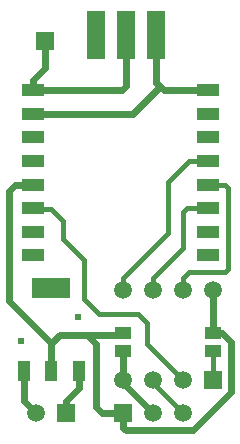
<source format=gtl>
G04 Layer_Physical_Order=1*
G04 Layer_Color=255*
%FSLAX25Y25*%
%MOIN*%
G70*
G01*
G75*
%ADD10R,0.05984X0.15984*%
%ADD11R,0.07700X0.04200*%
%ADD12R,0.05512X0.04331*%
%ADD13R,0.12992X0.07087*%
%ADD14R,0.03937X0.07087*%
%ADD15C,0.01600*%
%ADD16C,0.02400*%
%ADD17C,0.05906*%
%ADD18R,0.05906X0.05906*%
%ADD19R,0.05906X0.05906*%
%ADD20C,0.02400*%
D10*
X53000Y135945D02*
D03*
X33000D02*
D03*
X43000D02*
D03*
D11*
X70134Y62400D02*
D03*
Y70300D02*
D03*
Y78100D02*
D03*
Y86000D02*
D03*
Y93937D02*
D03*
Y101811D02*
D03*
Y109685D02*
D03*
Y117559D02*
D03*
X11800D02*
D03*
Y109685D02*
D03*
Y101811D02*
D03*
Y93937D02*
D03*
Y86000D02*
D03*
Y78100D02*
D03*
Y70300D02*
D03*
Y62400D02*
D03*
D12*
X72000Y30547D02*
D03*
Y36453D02*
D03*
X42000Y30547D02*
D03*
Y36453D02*
D03*
D13*
X18055Y51559D02*
D03*
D14*
X9000Y24000D02*
D03*
X27110D02*
D03*
X18055D02*
D03*
D15*
X36000Y43000D02*
X36000Y43000D01*
X34000Y43000D02*
X36000D01*
X29000Y48000D02*
X34000Y43000D01*
X29000Y48000D02*
Y61000D01*
X22000Y68000D02*
X29000Y61000D01*
X22000Y68000D02*
Y74000D01*
X70071Y94000D02*
X70134Y93937D01*
X64000Y94000D02*
X70071D01*
X57000Y87000D02*
X64000Y94000D01*
X57000Y70000D02*
Y87000D01*
X42000Y55000D02*
X57000Y70000D01*
X63100Y78100D02*
X70134D01*
X62000Y77000D02*
X63100Y78100D01*
X62000Y65000D02*
Y77000D01*
X52000Y55000D02*
X62000Y65000D01*
X42000Y55000D02*
X42000Y55000D01*
Y51000D02*
Y55000D01*
X36000Y43000D02*
X47000D01*
X64000Y57000D02*
X76000D01*
X62000Y55000D02*
X64000Y57000D01*
X62000Y55000D02*
X62000Y55000D01*
Y51000D02*
Y55000D01*
X52000Y51000D02*
Y55000D01*
X70134Y86000D02*
X76000D01*
X77000Y85000D01*
Y58000D02*
Y85000D01*
X76000Y57000D02*
X77000Y58000D01*
X50000Y33000D02*
X62000Y21000D01*
X47000Y43000D02*
X50000Y40000D01*
X52000Y20000D02*
X62000Y10000D01*
X18000Y78000D02*
X22000Y74000D01*
X11900Y78000D02*
X18000D01*
X11800Y78100D02*
X11900Y78000D01*
X52000Y20000D02*
Y21000D01*
X72000Y30547D02*
X72000Y30547D01*
Y21000D02*
Y30547D01*
X50000Y33000D02*
Y40000D01*
D16*
X4000Y47110D02*
X18055Y33055D01*
X42000Y10000D02*
X42000Y10000D01*
X42000Y5000D02*
Y10000D01*
Y5000D02*
X42753Y4247D01*
X65113D01*
X77753Y16887D01*
Y33676D01*
X74976Y36453D02*
X77753Y33676D01*
X72000Y36453D02*
X74976D01*
X30000Y36000D02*
X41547D01*
X6000Y86000D02*
X11800D01*
X4000Y84000D02*
X6000Y86000D01*
X4000Y47110D02*
Y84000D01*
X42000Y20000D02*
Y21000D01*
Y20000D02*
X52000Y10000D01*
X21000Y36000D02*
X30000D01*
X33000Y33000D01*
Y12000D02*
Y33000D01*
Y12000D02*
X35000Y10000D01*
X42000D01*
X42000Y30547D02*
X42000Y30547D01*
Y21000D02*
Y30547D01*
X72000Y36453D02*
X72000Y36453D01*
Y51000D01*
X18055Y24000D02*
Y33055D01*
X21000Y36000D01*
X41547D02*
X42000Y36453D01*
X27110Y18110D02*
Y24000D01*
X23000Y14000D02*
X27110Y18110D01*
X23000Y10000D02*
Y14000D01*
X9000Y14000D02*
Y24000D01*
Y14000D02*
X13000Y10000D01*
X41559Y117559D02*
X43000Y119000D01*
Y135945D01*
X11800Y117559D02*
Y120800D01*
X53000Y120000D02*
Y135945D01*
X55441Y117559D02*
X70134D01*
X11800D02*
X41559D01*
X11800Y120800D02*
X16000Y125000D01*
Y134000D01*
X11800Y109685D02*
X45126D01*
X54221Y118780D01*
X53000Y120000D02*
X54221Y118780D01*
X55441Y117559D01*
D17*
X13000Y10000D02*
D03*
X42000Y51000D02*
D03*
X52000D02*
D03*
X62000D02*
D03*
X72000D02*
D03*
X42000Y21000D02*
D03*
X52000D02*
D03*
X62000D02*
D03*
Y10000D02*
D03*
X52000D02*
D03*
D18*
X23000Y10000D02*
D03*
X42000Y10000D02*
D03*
X16000Y134000D02*
D03*
D19*
X72000Y21000D02*
D03*
D20*
X8000Y34000D02*
D03*
X27000Y42000D02*
D03*
M02*

</source>
